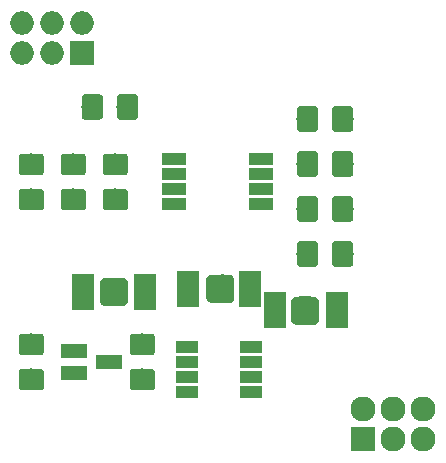
<source format=gbr>
G04 #@! TF.GenerationSoftware,KiCad,Pcbnew,(5.1.0-0)*
G04 #@! TF.CreationDate,2019-05-12T09:59:49-07:00*
G04 #@! TF.ProjectId,shitty_pixel,73686974-7479-45f7-9069-78656c2e6b69,rev?*
G04 #@! TF.SameCoordinates,Original*
G04 #@! TF.FileFunction,Soldermask,Bot*
G04 #@! TF.FilePolarity,Negative*
%FSLAX46Y46*%
G04 Gerber Fmt 4.6, Leading zero omitted, Abs format (unit mm)*
G04 Created by KiCad (PCBNEW (5.1.0-0)) date 2019-05-12 09:59:49*
%MOMM*%
%LPD*%
G04 APERTURE LIST*
%ADD10C,0.010000*%
%ADD11O,2.000000X2.000000*%
%ADD12R,2.000000X2.000000*%
%ADD13C,0.100000*%
%ADD14C,1.825000*%
%ADD15R,2.300000X1.200000*%
%ADD16R,1.950000X1.000000*%
%ADD17R,2.100000X1.050000*%
%ADD18R,1.900000X3.100000*%
%ADD19C,2.127200*%
%ADD20O,2.127200X2.127200*%
%ADD21R,2.127200X2.127200*%
G04 APERTURE END LIST*
D10*
G36*
X150287974Y-101565256D02*
G01*
X150484020Y-101578385D01*
X150628879Y-101602940D01*
X150733655Y-101640964D01*
X150809452Y-101694502D01*
X150867375Y-101765595D01*
X150877866Y-101782223D01*
X150906828Y-101837046D01*
X150928162Y-101901514D01*
X150943013Y-101988760D01*
X150952527Y-102111918D01*
X150957847Y-102284121D01*
X150960119Y-102518503D01*
X150960509Y-102730425D01*
X150960054Y-103075548D01*
X150952738Y-103345417D01*
X150929855Y-103549422D01*
X150882701Y-103696955D01*
X150802572Y-103797408D01*
X150680763Y-103860172D01*
X150508569Y-103894639D01*
X150277286Y-103910201D01*
X149978209Y-103916249D01*
X149860000Y-103917801D01*
X149552987Y-103920157D01*
X149319763Y-103917417D01*
X149149575Y-103909024D01*
X149031667Y-103894422D01*
X148955284Y-103873053D01*
X148949834Y-103870668D01*
X148855552Y-103825004D01*
X148783671Y-103777197D01*
X148730944Y-103715610D01*
X148694124Y-103628605D01*
X148669965Y-103504546D01*
X148655222Y-103331796D01*
X148646648Y-103098718D01*
X148640997Y-102793675D01*
X148640513Y-102761829D01*
X148627527Y-101900335D01*
X148774747Y-101739584D01*
X148921967Y-101578834D01*
X149697900Y-101565106D01*
X150029635Y-101561511D01*
X150287974Y-101565256D01*
X150287974Y-101565256D01*
G37*
X150287974Y-101565256D02*
X150484020Y-101578385D01*
X150628879Y-101602940D01*
X150733655Y-101640964D01*
X150809452Y-101694502D01*
X150867375Y-101765595D01*
X150877866Y-101782223D01*
X150906828Y-101837046D01*
X150928162Y-101901514D01*
X150943013Y-101988760D01*
X150952527Y-102111918D01*
X150957847Y-102284121D01*
X150960119Y-102518503D01*
X150960509Y-102730425D01*
X150960054Y-103075548D01*
X150952738Y-103345417D01*
X150929855Y-103549422D01*
X150882701Y-103696955D01*
X150802572Y-103797408D01*
X150680763Y-103860172D01*
X150508569Y-103894639D01*
X150277286Y-103910201D01*
X149978209Y-103916249D01*
X149860000Y-103917801D01*
X149552987Y-103920157D01*
X149319763Y-103917417D01*
X149149575Y-103909024D01*
X149031667Y-103894422D01*
X148955284Y-103873053D01*
X148949834Y-103870668D01*
X148855552Y-103825004D01*
X148783671Y-103777197D01*
X148730944Y-103715610D01*
X148694124Y-103628605D01*
X148669965Y-103504546D01*
X148655222Y-103331796D01*
X148646648Y-103098718D01*
X148640997Y-102793675D01*
X148640513Y-102761829D01*
X148627527Y-101900335D01*
X148774747Y-101739584D01*
X148921967Y-101578834D01*
X149697900Y-101565106D01*
X150029635Y-101561511D01*
X150287974Y-101565256D01*
G36*
X141154223Y-101854530D02*
G01*
X141424877Y-101862218D01*
X141629399Y-101886213D01*
X141777044Y-101935662D01*
X141877068Y-102019714D01*
X141938726Y-102147518D01*
X141971273Y-102328221D01*
X141983966Y-102570971D01*
X141986059Y-102884917D01*
X141986000Y-103018167D01*
X141984984Y-103360836D01*
X141975745Y-103628668D01*
X141948999Y-103830879D01*
X141895462Y-103976685D01*
X141805850Y-104075302D01*
X141670877Y-104135946D01*
X141481259Y-104167833D01*
X141227712Y-104180180D01*
X140900951Y-104182202D01*
X140813352Y-104182175D01*
X140529804Y-104181338D01*
X140317605Y-104178170D01*
X140163443Y-104171492D01*
X140054008Y-104160126D01*
X139975990Y-104142894D01*
X139916078Y-104118617D01*
X139882619Y-104099774D01*
X139779448Y-104021839D01*
X139707181Y-103941096D01*
X139702702Y-103933382D01*
X139686577Y-103859739D01*
X139673606Y-103710347D01*
X139664213Y-103494079D01*
X139658826Y-103219808D01*
X139657667Y-102995550D01*
X139657667Y-102141867D01*
X139945534Y-101854000D01*
X140808181Y-101854000D01*
X141154223Y-101854530D01*
X141154223Y-101854530D01*
G37*
X141154223Y-101854530D02*
X141424877Y-101862218D01*
X141629399Y-101886213D01*
X141777044Y-101935662D01*
X141877068Y-102019714D01*
X141938726Y-102147518D01*
X141971273Y-102328221D01*
X141983966Y-102570971D01*
X141986059Y-102884917D01*
X141986000Y-103018167D01*
X141984984Y-103360836D01*
X141975745Y-103628668D01*
X141948999Y-103830879D01*
X141895462Y-103976685D01*
X141805850Y-104075302D01*
X141670877Y-104135946D01*
X141481259Y-104167833D01*
X141227712Y-104180180D01*
X140900951Y-104182202D01*
X140813352Y-104182175D01*
X140529804Y-104181338D01*
X140317605Y-104178170D01*
X140163443Y-104171492D01*
X140054008Y-104160126D01*
X139975990Y-104142894D01*
X139916078Y-104118617D01*
X139882619Y-104099774D01*
X139779448Y-104021839D01*
X139707181Y-103941096D01*
X139702702Y-103933382D01*
X139686577Y-103859739D01*
X139673606Y-103710347D01*
X139664213Y-103494079D01*
X139658826Y-103219808D01*
X139657667Y-102995550D01*
X139657667Y-102141867D01*
X139945534Y-101854000D01*
X140808181Y-101854000D01*
X141154223Y-101854530D01*
G36*
X157332171Y-103421570D02*
G01*
X157598010Y-103431395D01*
X157799578Y-103458986D01*
X157945769Y-103513518D01*
X158045475Y-103604167D01*
X158107590Y-103740109D01*
X158141007Y-103930520D01*
X158154619Y-104184576D01*
X158157321Y-104511453D01*
X158157334Y-104621483D01*
X158157082Y-104904889D01*
X158155353Y-105116444D01*
X158150688Y-105268963D01*
X158141628Y-105375263D01*
X158126713Y-105448159D01*
X158104484Y-105500466D01*
X158073483Y-105545000D01*
X158048779Y-105574847D01*
X157934129Y-105673505D01*
X157798583Y-105742802D01*
X157784196Y-105747192D01*
X157678740Y-105763479D01*
X157508805Y-105775323D01*
X157294022Y-105782758D01*
X157054017Y-105785816D01*
X156808418Y-105784529D01*
X156576854Y-105778929D01*
X156378953Y-105769050D01*
X156234343Y-105754922D01*
X156181760Y-105744548D01*
X156064259Y-105685305D01*
X155951702Y-105590874D01*
X155938344Y-105575785D01*
X155829000Y-105445837D01*
X155829000Y-104621483D01*
X155830198Y-104271710D01*
X155839721Y-103997425D01*
X155866462Y-103789454D01*
X155919315Y-103638619D01*
X156007174Y-103535746D01*
X156138930Y-103471658D01*
X156323478Y-103437179D01*
X156569712Y-103423134D01*
X156886524Y-103420346D01*
X156993167Y-103420334D01*
X157332171Y-103421570D01*
X157332171Y-103421570D01*
G37*
X157332171Y-103421570D02*
X157598010Y-103431395D01*
X157799578Y-103458986D01*
X157945769Y-103513518D01*
X158045475Y-103604167D01*
X158107590Y-103740109D01*
X158141007Y-103930520D01*
X158154619Y-104184576D01*
X158157321Y-104511453D01*
X158157334Y-104621483D01*
X158157082Y-104904889D01*
X158155353Y-105116444D01*
X158150688Y-105268963D01*
X158141628Y-105375263D01*
X158126713Y-105448159D01*
X158104484Y-105500466D01*
X158073483Y-105545000D01*
X158048779Y-105574847D01*
X157934129Y-105673505D01*
X157798583Y-105742802D01*
X157784196Y-105747192D01*
X157678740Y-105763479D01*
X157508805Y-105775323D01*
X157294022Y-105782758D01*
X157054017Y-105785816D01*
X156808418Y-105784529D01*
X156576854Y-105778929D01*
X156378953Y-105769050D01*
X156234343Y-105754922D01*
X156181760Y-105744548D01*
X156064259Y-105685305D01*
X155951702Y-105590874D01*
X155938344Y-105575785D01*
X155829000Y-105445837D01*
X155829000Y-104621483D01*
X155830198Y-104271710D01*
X155839721Y-103997425D01*
X155866462Y-103789454D01*
X155919315Y-103638619D01*
X156007174Y-103535746D01*
X156138930Y-103471658D01*
X156323478Y-103437179D01*
X156569712Y-103423134D01*
X156886524Y-103420346D01*
X156993167Y-103420334D01*
X157332171Y-103421570D01*
D11*
X138176000Y-80264000D03*
D12*
X138176000Y-82804000D03*
D11*
X135636000Y-80264000D03*
X135636000Y-82804000D03*
X133096000Y-80264000D03*
X133096000Y-82804000D03*
D13*
G36*
X141756207Y-91327542D02*
G01*
X141787287Y-91332152D01*
X141817766Y-91339787D01*
X141847350Y-91350372D01*
X141875754Y-91363806D01*
X141902704Y-91379959D01*
X141927942Y-91398677D01*
X141951223Y-91419777D01*
X141972323Y-91443058D01*
X141991041Y-91468296D01*
X142007194Y-91495246D01*
X142020628Y-91523650D01*
X142031213Y-91553234D01*
X142038848Y-91583713D01*
X142043458Y-91614793D01*
X142045000Y-91646176D01*
X142045000Y-92830824D01*
X142043458Y-92862207D01*
X142038848Y-92893287D01*
X142031213Y-92923766D01*
X142020628Y-92953350D01*
X142007194Y-92981754D01*
X141991041Y-93008704D01*
X141972323Y-93033942D01*
X141951223Y-93057223D01*
X141927942Y-93078323D01*
X141902704Y-93097041D01*
X141875754Y-93113194D01*
X141847350Y-93126628D01*
X141817766Y-93137213D01*
X141787287Y-93144848D01*
X141756207Y-93149458D01*
X141724824Y-93151000D01*
X140215176Y-93151000D01*
X140183793Y-93149458D01*
X140152713Y-93144848D01*
X140122234Y-93137213D01*
X140092650Y-93126628D01*
X140064246Y-93113194D01*
X140037296Y-93097041D01*
X140012058Y-93078323D01*
X139988777Y-93057223D01*
X139967677Y-93033942D01*
X139948959Y-93008704D01*
X139932806Y-92981754D01*
X139919372Y-92953350D01*
X139908787Y-92923766D01*
X139901152Y-92893287D01*
X139896542Y-92862207D01*
X139895000Y-92830824D01*
X139895000Y-91646176D01*
X139896542Y-91614793D01*
X139901152Y-91583713D01*
X139908787Y-91553234D01*
X139919372Y-91523650D01*
X139932806Y-91495246D01*
X139948959Y-91468296D01*
X139967677Y-91443058D01*
X139988777Y-91419777D01*
X140012058Y-91398677D01*
X140037296Y-91379959D01*
X140064246Y-91363806D01*
X140092650Y-91350372D01*
X140122234Y-91339787D01*
X140152713Y-91332152D01*
X140183793Y-91327542D01*
X140215176Y-91326000D01*
X141724824Y-91326000D01*
X141756207Y-91327542D01*
X141756207Y-91327542D01*
G37*
D14*
X140970000Y-92238500D03*
D13*
G36*
X141756207Y-94302542D02*
G01*
X141787287Y-94307152D01*
X141817766Y-94314787D01*
X141847350Y-94325372D01*
X141875754Y-94338806D01*
X141902704Y-94354959D01*
X141927942Y-94373677D01*
X141951223Y-94394777D01*
X141972323Y-94418058D01*
X141991041Y-94443296D01*
X142007194Y-94470246D01*
X142020628Y-94498650D01*
X142031213Y-94528234D01*
X142038848Y-94558713D01*
X142043458Y-94589793D01*
X142045000Y-94621176D01*
X142045000Y-95805824D01*
X142043458Y-95837207D01*
X142038848Y-95868287D01*
X142031213Y-95898766D01*
X142020628Y-95928350D01*
X142007194Y-95956754D01*
X141991041Y-95983704D01*
X141972323Y-96008942D01*
X141951223Y-96032223D01*
X141927942Y-96053323D01*
X141902704Y-96072041D01*
X141875754Y-96088194D01*
X141847350Y-96101628D01*
X141817766Y-96112213D01*
X141787287Y-96119848D01*
X141756207Y-96124458D01*
X141724824Y-96126000D01*
X140215176Y-96126000D01*
X140183793Y-96124458D01*
X140152713Y-96119848D01*
X140122234Y-96112213D01*
X140092650Y-96101628D01*
X140064246Y-96088194D01*
X140037296Y-96072041D01*
X140012058Y-96053323D01*
X139988777Y-96032223D01*
X139967677Y-96008942D01*
X139948959Y-95983704D01*
X139932806Y-95956754D01*
X139919372Y-95928350D01*
X139908787Y-95898766D01*
X139901152Y-95868287D01*
X139896542Y-95837207D01*
X139895000Y-95805824D01*
X139895000Y-94621176D01*
X139896542Y-94589793D01*
X139901152Y-94558713D01*
X139908787Y-94528234D01*
X139919372Y-94498650D01*
X139932806Y-94470246D01*
X139948959Y-94443296D01*
X139967677Y-94418058D01*
X139988777Y-94394777D01*
X140012058Y-94373677D01*
X140037296Y-94354959D01*
X140064246Y-94338806D01*
X140092650Y-94325372D01*
X140122234Y-94314787D01*
X140152713Y-94307152D01*
X140183793Y-94302542D01*
X140215176Y-94301000D01*
X141724824Y-94301000D01*
X141756207Y-94302542D01*
X141756207Y-94302542D01*
G37*
D14*
X140970000Y-95213500D03*
D13*
G36*
X144042207Y-109542542D02*
G01*
X144073287Y-109547152D01*
X144103766Y-109554787D01*
X144133350Y-109565372D01*
X144161754Y-109578806D01*
X144188704Y-109594959D01*
X144213942Y-109613677D01*
X144237223Y-109634777D01*
X144258323Y-109658058D01*
X144277041Y-109683296D01*
X144293194Y-109710246D01*
X144306628Y-109738650D01*
X144317213Y-109768234D01*
X144324848Y-109798713D01*
X144329458Y-109829793D01*
X144331000Y-109861176D01*
X144331000Y-111045824D01*
X144329458Y-111077207D01*
X144324848Y-111108287D01*
X144317213Y-111138766D01*
X144306628Y-111168350D01*
X144293194Y-111196754D01*
X144277041Y-111223704D01*
X144258323Y-111248942D01*
X144237223Y-111272223D01*
X144213942Y-111293323D01*
X144188704Y-111312041D01*
X144161754Y-111328194D01*
X144133350Y-111341628D01*
X144103766Y-111352213D01*
X144073287Y-111359848D01*
X144042207Y-111364458D01*
X144010824Y-111366000D01*
X142501176Y-111366000D01*
X142469793Y-111364458D01*
X142438713Y-111359848D01*
X142408234Y-111352213D01*
X142378650Y-111341628D01*
X142350246Y-111328194D01*
X142323296Y-111312041D01*
X142298058Y-111293323D01*
X142274777Y-111272223D01*
X142253677Y-111248942D01*
X142234959Y-111223704D01*
X142218806Y-111196754D01*
X142205372Y-111168350D01*
X142194787Y-111138766D01*
X142187152Y-111108287D01*
X142182542Y-111077207D01*
X142181000Y-111045824D01*
X142181000Y-109861176D01*
X142182542Y-109829793D01*
X142187152Y-109798713D01*
X142194787Y-109768234D01*
X142205372Y-109738650D01*
X142218806Y-109710246D01*
X142234959Y-109683296D01*
X142253677Y-109658058D01*
X142274777Y-109634777D01*
X142298058Y-109613677D01*
X142323296Y-109594959D01*
X142350246Y-109578806D01*
X142378650Y-109565372D01*
X142408234Y-109554787D01*
X142438713Y-109547152D01*
X142469793Y-109542542D01*
X142501176Y-109541000D01*
X144010824Y-109541000D01*
X144042207Y-109542542D01*
X144042207Y-109542542D01*
G37*
D14*
X143256000Y-110453500D03*
D13*
G36*
X144042207Y-106567542D02*
G01*
X144073287Y-106572152D01*
X144103766Y-106579787D01*
X144133350Y-106590372D01*
X144161754Y-106603806D01*
X144188704Y-106619959D01*
X144213942Y-106638677D01*
X144237223Y-106659777D01*
X144258323Y-106683058D01*
X144277041Y-106708296D01*
X144293194Y-106735246D01*
X144306628Y-106763650D01*
X144317213Y-106793234D01*
X144324848Y-106823713D01*
X144329458Y-106854793D01*
X144331000Y-106886176D01*
X144331000Y-108070824D01*
X144329458Y-108102207D01*
X144324848Y-108133287D01*
X144317213Y-108163766D01*
X144306628Y-108193350D01*
X144293194Y-108221754D01*
X144277041Y-108248704D01*
X144258323Y-108273942D01*
X144237223Y-108297223D01*
X144213942Y-108318323D01*
X144188704Y-108337041D01*
X144161754Y-108353194D01*
X144133350Y-108366628D01*
X144103766Y-108377213D01*
X144073287Y-108384848D01*
X144042207Y-108389458D01*
X144010824Y-108391000D01*
X142501176Y-108391000D01*
X142469793Y-108389458D01*
X142438713Y-108384848D01*
X142408234Y-108377213D01*
X142378650Y-108366628D01*
X142350246Y-108353194D01*
X142323296Y-108337041D01*
X142298058Y-108318323D01*
X142274777Y-108297223D01*
X142253677Y-108273942D01*
X142234959Y-108248704D01*
X142218806Y-108221754D01*
X142205372Y-108193350D01*
X142194787Y-108163766D01*
X142187152Y-108133287D01*
X142182542Y-108102207D01*
X142181000Y-108070824D01*
X142181000Y-106886176D01*
X142182542Y-106854793D01*
X142187152Y-106823713D01*
X142194787Y-106793234D01*
X142205372Y-106763650D01*
X142218806Y-106735246D01*
X142234959Y-106708296D01*
X142253677Y-106683058D01*
X142274777Y-106659777D01*
X142298058Y-106638677D01*
X142323296Y-106619959D01*
X142350246Y-106603806D01*
X142378650Y-106590372D01*
X142408234Y-106579787D01*
X142438713Y-106572152D01*
X142469793Y-106567542D01*
X142501176Y-106566000D01*
X144010824Y-106566000D01*
X144042207Y-106567542D01*
X144042207Y-106567542D01*
G37*
D14*
X143256000Y-107478500D03*
D13*
G36*
X134644207Y-109542542D02*
G01*
X134675287Y-109547152D01*
X134705766Y-109554787D01*
X134735350Y-109565372D01*
X134763754Y-109578806D01*
X134790704Y-109594959D01*
X134815942Y-109613677D01*
X134839223Y-109634777D01*
X134860323Y-109658058D01*
X134879041Y-109683296D01*
X134895194Y-109710246D01*
X134908628Y-109738650D01*
X134919213Y-109768234D01*
X134926848Y-109798713D01*
X134931458Y-109829793D01*
X134933000Y-109861176D01*
X134933000Y-111045824D01*
X134931458Y-111077207D01*
X134926848Y-111108287D01*
X134919213Y-111138766D01*
X134908628Y-111168350D01*
X134895194Y-111196754D01*
X134879041Y-111223704D01*
X134860323Y-111248942D01*
X134839223Y-111272223D01*
X134815942Y-111293323D01*
X134790704Y-111312041D01*
X134763754Y-111328194D01*
X134735350Y-111341628D01*
X134705766Y-111352213D01*
X134675287Y-111359848D01*
X134644207Y-111364458D01*
X134612824Y-111366000D01*
X133103176Y-111366000D01*
X133071793Y-111364458D01*
X133040713Y-111359848D01*
X133010234Y-111352213D01*
X132980650Y-111341628D01*
X132952246Y-111328194D01*
X132925296Y-111312041D01*
X132900058Y-111293323D01*
X132876777Y-111272223D01*
X132855677Y-111248942D01*
X132836959Y-111223704D01*
X132820806Y-111196754D01*
X132807372Y-111168350D01*
X132796787Y-111138766D01*
X132789152Y-111108287D01*
X132784542Y-111077207D01*
X132783000Y-111045824D01*
X132783000Y-109861176D01*
X132784542Y-109829793D01*
X132789152Y-109798713D01*
X132796787Y-109768234D01*
X132807372Y-109738650D01*
X132820806Y-109710246D01*
X132836959Y-109683296D01*
X132855677Y-109658058D01*
X132876777Y-109634777D01*
X132900058Y-109613677D01*
X132925296Y-109594959D01*
X132952246Y-109578806D01*
X132980650Y-109565372D01*
X133010234Y-109554787D01*
X133040713Y-109547152D01*
X133071793Y-109542542D01*
X133103176Y-109541000D01*
X134612824Y-109541000D01*
X134644207Y-109542542D01*
X134644207Y-109542542D01*
G37*
D14*
X133858000Y-110453500D03*
D13*
G36*
X134644207Y-106567542D02*
G01*
X134675287Y-106572152D01*
X134705766Y-106579787D01*
X134735350Y-106590372D01*
X134763754Y-106603806D01*
X134790704Y-106619959D01*
X134815942Y-106638677D01*
X134839223Y-106659777D01*
X134860323Y-106683058D01*
X134879041Y-106708296D01*
X134895194Y-106735246D01*
X134908628Y-106763650D01*
X134919213Y-106793234D01*
X134926848Y-106823713D01*
X134931458Y-106854793D01*
X134933000Y-106886176D01*
X134933000Y-108070824D01*
X134931458Y-108102207D01*
X134926848Y-108133287D01*
X134919213Y-108163766D01*
X134908628Y-108193350D01*
X134895194Y-108221754D01*
X134879041Y-108248704D01*
X134860323Y-108273942D01*
X134839223Y-108297223D01*
X134815942Y-108318323D01*
X134790704Y-108337041D01*
X134763754Y-108353194D01*
X134735350Y-108366628D01*
X134705766Y-108377213D01*
X134675287Y-108384848D01*
X134644207Y-108389458D01*
X134612824Y-108391000D01*
X133103176Y-108391000D01*
X133071793Y-108389458D01*
X133040713Y-108384848D01*
X133010234Y-108377213D01*
X132980650Y-108366628D01*
X132952246Y-108353194D01*
X132925296Y-108337041D01*
X132900058Y-108318323D01*
X132876777Y-108297223D01*
X132855677Y-108273942D01*
X132836959Y-108248704D01*
X132820806Y-108221754D01*
X132807372Y-108193350D01*
X132796787Y-108163766D01*
X132789152Y-108133287D01*
X132784542Y-108102207D01*
X132783000Y-108070824D01*
X132783000Y-106886176D01*
X132784542Y-106854793D01*
X132789152Y-106823713D01*
X132796787Y-106793234D01*
X132807372Y-106763650D01*
X132820806Y-106735246D01*
X132836959Y-106708296D01*
X132855677Y-106683058D01*
X132876777Y-106659777D01*
X132900058Y-106638677D01*
X132925296Y-106619959D01*
X132952246Y-106603806D01*
X132980650Y-106590372D01*
X133010234Y-106579787D01*
X133040713Y-106572152D01*
X133071793Y-106567542D01*
X133103176Y-106566000D01*
X134612824Y-106566000D01*
X134644207Y-106567542D01*
X134644207Y-106567542D01*
G37*
D14*
X133858000Y-107478500D03*
D15*
X140438000Y-108966000D03*
X137438000Y-108016000D03*
X137438000Y-109916000D03*
D13*
G36*
X142609207Y-86302542D02*
G01*
X142640287Y-86307152D01*
X142670766Y-86314787D01*
X142700350Y-86325372D01*
X142728754Y-86338806D01*
X142755704Y-86354959D01*
X142780942Y-86373677D01*
X142804223Y-86394777D01*
X142825323Y-86418058D01*
X142844041Y-86443296D01*
X142860194Y-86470246D01*
X142873628Y-86498650D01*
X142884213Y-86528234D01*
X142891848Y-86558713D01*
X142896458Y-86589793D01*
X142898000Y-86621176D01*
X142898000Y-88130824D01*
X142896458Y-88162207D01*
X142891848Y-88193287D01*
X142884213Y-88223766D01*
X142873628Y-88253350D01*
X142860194Y-88281754D01*
X142844041Y-88308704D01*
X142825323Y-88333942D01*
X142804223Y-88357223D01*
X142780942Y-88378323D01*
X142755704Y-88397041D01*
X142728754Y-88413194D01*
X142700350Y-88426628D01*
X142670766Y-88437213D01*
X142640287Y-88444848D01*
X142609207Y-88449458D01*
X142577824Y-88451000D01*
X141393176Y-88451000D01*
X141361793Y-88449458D01*
X141330713Y-88444848D01*
X141300234Y-88437213D01*
X141270650Y-88426628D01*
X141242246Y-88413194D01*
X141215296Y-88397041D01*
X141190058Y-88378323D01*
X141166777Y-88357223D01*
X141145677Y-88333942D01*
X141126959Y-88308704D01*
X141110806Y-88281754D01*
X141097372Y-88253350D01*
X141086787Y-88223766D01*
X141079152Y-88193287D01*
X141074542Y-88162207D01*
X141073000Y-88130824D01*
X141073000Y-86621176D01*
X141074542Y-86589793D01*
X141079152Y-86558713D01*
X141086787Y-86528234D01*
X141097372Y-86498650D01*
X141110806Y-86470246D01*
X141126959Y-86443296D01*
X141145677Y-86418058D01*
X141166777Y-86394777D01*
X141190058Y-86373677D01*
X141215296Y-86354959D01*
X141242246Y-86338806D01*
X141270650Y-86325372D01*
X141300234Y-86314787D01*
X141330713Y-86307152D01*
X141361793Y-86302542D01*
X141393176Y-86301000D01*
X142577824Y-86301000D01*
X142609207Y-86302542D01*
X142609207Y-86302542D01*
G37*
D14*
X141985500Y-87376000D03*
D13*
G36*
X139634207Y-86302542D02*
G01*
X139665287Y-86307152D01*
X139695766Y-86314787D01*
X139725350Y-86325372D01*
X139753754Y-86338806D01*
X139780704Y-86354959D01*
X139805942Y-86373677D01*
X139829223Y-86394777D01*
X139850323Y-86418058D01*
X139869041Y-86443296D01*
X139885194Y-86470246D01*
X139898628Y-86498650D01*
X139909213Y-86528234D01*
X139916848Y-86558713D01*
X139921458Y-86589793D01*
X139923000Y-86621176D01*
X139923000Y-88130824D01*
X139921458Y-88162207D01*
X139916848Y-88193287D01*
X139909213Y-88223766D01*
X139898628Y-88253350D01*
X139885194Y-88281754D01*
X139869041Y-88308704D01*
X139850323Y-88333942D01*
X139829223Y-88357223D01*
X139805942Y-88378323D01*
X139780704Y-88397041D01*
X139753754Y-88413194D01*
X139725350Y-88426628D01*
X139695766Y-88437213D01*
X139665287Y-88444848D01*
X139634207Y-88449458D01*
X139602824Y-88451000D01*
X138418176Y-88451000D01*
X138386793Y-88449458D01*
X138355713Y-88444848D01*
X138325234Y-88437213D01*
X138295650Y-88426628D01*
X138267246Y-88413194D01*
X138240296Y-88397041D01*
X138215058Y-88378323D01*
X138191777Y-88357223D01*
X138170677Y-88333942D01*
X138151959Y-88308704D01*
X138135806Y-88281754D01*
X138122372Y-88253350D01*
X138111787Y-88223766D01*
X138104152Y-88193287D01*
X138099542Y-88162207D01*
X138098000Y-88130824D01*
X138098000Y-86621176D01*
X138099542Y-86589793D01*
X138104152Y-86558713D01*
X138111787Y-86528234D01*
X138122372Y-86498650D01*
X138135806Y-86470246D01*
X138151959Y-86443296D01*
X138170677Y-86418058D01*
X138191777Y-86394777D01*
X138215058Y-86373677D01*
X138240296Y-86354959D01*
X138267246Y-86338806D01*
X138295650Y-86325372D01*
X138325234Y-86314787D01*
X138355713Y-86307152D01*
X138386793Y-86302542D01*
X138418176Y-86301000D01*
X139602824Y-86301000D01*
X139634207Y-86302542D01*
X139634207Y-86302542D01*
G37*
D14*
X139010500Y-87376000D03*
D16*
X152466000Y-111506000D03*
X152466000Y-110236000D03*
X152466000Y-108966000D03*
X152466000Y-107696000D03*
X147066000Y-107696000D03*
X147066000Y-108966000D03*
X147066000Y-110236000D03*
X147066000Y-111506000D03*
D13*
G36*
X157850207Y-94938542D02*
G01*
X157881287Y-94943152D01*
X157911766Y-94950787D01*
X157941350Y-94961372D01*
X157969754Y-94974806D01*
X157996704Y-94990959D01*
X158021942Y-95009677D01*
X158045223Y-95030777D01*
X158066323Y-95054058D01*
X158085041Y-95079296D01*
X158101194Y-95106246D01*
X158114628Y-95134650D01*
X158125213Y-95164234D01*
X158132848Y-95194713D01*
X158137458Y-95225793D01*
X158139000Y-95257176D01*
X158139000Y-96766824D01*
X158137458Y-96798207D01*
X158132848Y-96829287D01*
X158125213Y-96859766D01*
X158114628Y-96889350D01*
X158101194Y-96917754D01*
X158085041Y-96944704D01*
X158066323Y-96969942D01*
X158045223Y-96993223D01*
X158021942Y-97014323D01*
X157996704Y-97033041D01*
X157969754Y-97049194D01*
X157941350Y-97062628D01*
X157911766Y-97073213D01*
X157881287Y-97080848D01*
X157850207Y-97085458D01*
X157818824Y-97087000D01*
X156634176Y-97087000D01*
X156602793Y-97085458D01*
X156571713Y-97080848D01*
X156541234Y-97073213D01*
X156511650Y-97062628D01*
X156483246Y-97049194D01*
X156456296Y-97033041D01*
X156431058Y-97014323D01*
X156407777Y-96993223D01*
X156386677Y-96969942D01*
X156367959Y-96944704D01*
X156351806Y-96917754D01*
X156338372Y-96889350D01*
X156327787Y-96859766D01*
X156320152Y-96829287D01*
X156315542Y-96798207D01*
X156314000Y-96766824D01*
X156314000Y-95257176D01*
X156315542Y-95225793D01*
X156320152Y-95194713D01*
X156327787Y-95164234D01*
X156338372Y-95134650D01*
X156351806Y-95106246D01*
X156367959Y-95079296D01*
X156386677Y-95054058D01*
X156407777Y-95030777D01*
X156431058Y-95009677D01*
X156456296Y-94990959D01*
X156483246Y-94974806D01*
X156511650Y-94961372D01*
X156541234Y-94950787D01*
X156571713Y-94943152D01*
X156602793Y-94938542D01*
X156634176Y-94937000D01*
X157818824Y-94937000D01*
X157850207Y-94938542D01*
X157850207Y-94938542D01*
G37*
D14*
X157226500Y-96012000D03*
D13*
G36*
X160825207Y-94938542D02*
G01*
X160856287Y-94943152D01*
X160886766Y-94950787D01*
X160916350Y-94961372D01*
X160944754Y-94974806D01*
X160971704Y-94990959D01*
X160996942Y-95009677D01*
X161020223Y-95030777D01*
X161041323Y-95054058D01*
X161060041Y-95079296D01*
X161076194Y-95106246D01*
X161089628Y-95134650D01*
X161100213Y-95164234D01*
X161107848Y-95194713D01*
X161112458Y-95225793D01*
X161114000Y-95257176D01*
X161114000Y-96766824D01*
X161112458Y-96798207D01*
X161107848Y-96829287D01*
X161100213Y-96859766D01*
X161089628Y-96889350D01*
X161076194Y-96917754D01*
X161060041Y-96944704D01*
X161041323Y-96969942D01*
X161020223Y-96993223D01*
X160996942Y-97014323D01*
X160971704Y-97033041D01*
X160944754Y-97049194D01*
X160916350Y-97062628D01*
X160886766Y-97073213D01*
X160856287Y-97080848D01*
X160825207Y-97085458D01*
X160793824Y-97087000D01*
X159609176Y-97087000D01*
X159577793Y-97085458D01*
X159546713Y-97080848D01*
X159516234Y-97073213D01*
X159486650Y-97062628D01*
X159458246Y-97049194D01*
X159431296Y-97033041D01*
X159406058Y-97014323D01*
X159382777Y-96993223D01*
X159361677Y-96969942D01*
X159342959Y-96944704D01*
X159326806Y-96917754D01*
X159313372Y-96889350D01*
X159302787Y-96859766D01*
X159295152Y-96829287D01*
X159290542Y-96798207D01*
X159289000Y-96766824D01*
X159289000Y-95257176D01*
X159290542Y-95225793D01*
X159295152Y-95194713D01*
X159302787Y-95164234D01*
X159313372Y-95134650D01*
X159326806Y-95106246D01*
X159342959Y-95079296D01*
X159361677Y-95054058D01*
X159382777Y-95030777D01*
X159406058Y-95009677D01*
X159431296Y-94990959D01*
X159458246Y-94974806D01*
X159486650Y-94961372D01*
X159516234Y-94950787D01*
X159546713Y-94943152D01*
X159577793Y-94938542D01*
X159609176Y-94937000D01*
X160793824Y-94937000D01*
X160825207Y-94938542D01*
X160825207Y-94938542D01*
G37*
D14*
X160201500Y-96012000D03*
D13*
G36*
X157850207Y-87318542D02*
G01*
X157881287Y-87323152D01*
X157911766Y-87330787D01*
X157941350Y-87341372D01*
X157969754Y-87354806D01*
X157996704Y-87370959D01*
X158021942Y-87389677D01*
X158045223Y-87410777D01*
X158066323Y-87434058D01*
X158085041Y-87459296D01*
X158101194Y-87486246D01*
X158114628Y-87514650D01*
X158125213Y-87544234D01*
X158132848Y-87574713D01*
X158137458Y-87605793D01*
X158139000Y-87637176D01*
X158139000Y-89146824D01*
X158137458Y-89178207D01*
X158132848Y-89209287D01*
X158125213Y-89239766D01*
X158114628Y-89269350D01*
X158101194Y-89297754D01*
X158085041Y-89324704D01*
X158066323Y-89349942D01*
X158045223Y-89373223D01*
X158021942Y-89394323D01*
X157996704Y-89413041D01*
X157969754Y-89429194D01*
X157941350Y-89442628D01*
X157911766Y-89453213D01*
X157881287Y-89460848D01*
X157850207Y-89465458D01*
X157818824Y-89467000D01*
X156634176Y-89467000D01*
X156602793Y-89465458D01*
X156571713Y-89460848D01*
X156541234Y-89453213D01*
X156511650Y-89442628D01*
X156483246Y-89429194D01*
X156456296Y-89413041D01*
X156431058Y-89394323D01*
X156407777Y-89373223D01*
X156386677Y-89349942D01*
X156367959Y-89324704D01*
X156351806Y-89297754D01*
X156338372Y-89269350D01*
X156327787Y-89239766D01*
X156320152Y-89209287D01*
X156315542Y-89178207D01*
X156314000Y-89146824D01*
X156314000Y-87637176D01*
X156315542Y-87605793D01*
X156320152Y-87574713D01*
X156327787Y-87544234D01*
X156338372Y-87514650D01*
X156351806Y-87486246D01*
X156367959Y-87459296D01*
X156386677Y-87434058D01*
X156407777Y-87410777D01*
X156431058Y-87389677D01*
X156456296Y-87370959D01*
X156483246Y-87354806D01*
X156511650Y-87341372D01*
X156541234Y-87330787D01*
X156571713Y-87323152D01*
X156602793Y-87318542D01*
X156634176Y-87317000D01*
X157818824Y-87317000D01*
X157850207Y-87318542D01*
X157850207Y-87318542D01*
G37*
D14*
X157226500Y-88392000D03*
D13*
G36*
X160825207Y-87318542D02*
G01*
X160856287Y-87323152D01*
X160886766Y-87330787D01*
X160916350Y-87341372D01*
X160944754Y-87354806D01*
X160971704Y-87370959D01*
X160996942Y-87389677D01*
X161020223Y-87410777D01*
X161041323Y-87434058D01*
X161060041Y-87459296D01*
X161076194Y-87486246D01*
X161089628Y-87514650D01*
X161100213Y-87544234D01*
X161107848Y-87574713D01*
X161112458Y-87605793D01*
X161114000Y-87637176D01*
X161114000Y-89146824D01*
X161112458Y-89178207D01*
X161107848Y-89209287D01*
X161100213Y-89239766D01*
X161089628Y-89269350D01*
X161076194Y-89297754D01*
X161060041Y-89324704D01*
X161041323Y-89349942D01*
X161020223Y-89373223D01*
X160996942Y-89394323D01*
X160971704Y-89413041D01*
X160944754Y-89429194D01*
X160916350Y-89442628D01*
X160886766Y-89453213D01*
X160856287Y-89460848D01*
X160825207Y-89465458D01*
X160793824Y-89467000D01*
X159609176Y-89467000D01*
X159577793Y-89465458D01*
X159546713Y-89460848D01*
X159516234Y-89453213D01*
X159486650Y-89442628D01*
X159458246Y-89429194D01*
X159431296Y-89413041D01*
X159406058Y-89394323D01*
X159382777Y-89373223D01*
X159361677Y-89349942D01*
X159342959Y-89324704D01*
X159326806Y-89297754D01*
X159313372Y-89269350D01*
X159302787Y-89239766D01*
X159295152Y-89209287D01*
X159290542Y-89178207D01*
X159289000Y-89146824D01*
X159289000Y-87637176D01*
X159290542Y-87605793D01*
X159295152Y-87574713D01*
X159302787Y-87544234D01*
X159313372Y-87514650D01*
X159326806Y-87486246D01*
X159342959Y-87459296D01*
X159361677Y-87434058D01*
X159382777Y-87410777D01*
X159406058Y-87389677D01*
X159431296Y-87370959D01*
X159458246Y-87354806D01*
X159486650Y-87341372D01*
X159516234Y-87330787D01*
X159546713Y-87323152D01*
X159577793Y-87318542D01*
X159609176Y-87317000D01*
X160793824Y-87317000D01*
X160825207Y-87318542D01*
X160825207Y-87318542D01*
G37*
D14*
X160201500Y-88392000D03*
D13*
G36*
X157850207Y-98748542D02*
G01*
X157881287Y-98753152D01*
X157911766Y-98760787D01*
X157941350Y-98771372D01*
X157969754Y-98784806D01*
X157996704Y-98800959D01*
X158021942Y-98819677D01*
X158045223Y-98840777D01*
X158066323Y-98864058D01*
X158085041Y-98889296D01*
X158101194Y-98916246D01*
X158114628Y-98944650D01*
X158125213Y-98974234D01*
X158132848Y-99004713D01*
X158137458Y-99035793D01*
X158139000Y-99067176D01*
X158139000Y-100576824D01*
X158137458Y-100608207D01*
X158132848Y-100639287D01*
X158125213Y-100669766D01*
X158114628Y-100699350D01*
X158101194Y-100727754D01*
X158085041Y-100754704D01*
X158066323Y-100779942D01*
X158045223Y-100803223D01*
X158021942Y-100824323D01*
X157996704Y-100843041D01*
X157969754Y-100859194D01*
X157941350Y-100872628D01*
X157911766Y-100883213D01*
X157881287Y-100890848D01*
X157850207Y-100895458D01*
X157818824Y-100897000D01*
X156634176Y-100897000D01*
X156602793Y-100895458D01*
X156571713Y-100890848D01*
X156541234Y-100883213D01*
X156511650Y-100872628D01*
X156483246Y-100859194D01*
X156456296Y-100843041D01*
X156431058Y-100824323D01*
X156407777Y-100803223D01*
X156386677Y-100779942D01*
X156367959Y-100754704D01*
X156351806Y-100727754D01*
X156338372Y-100699350D01*
X156327787Y-100669766D01*
X156320152Y-100639287D01*
X156315542Y-100608207D01*
X156314000Y-100576824D01*
X156314000Y-99067176D01*
X156315542Y-99035793D01*
X156320152Y-99004713D01*
X156327787Y-98974234D01*
X156338372Y-98944650D01*
X156351806Y-98916246D01*
X156367959Y-98889296D01*
X156386677Y-98864058D01*
X156407777Y-98840777D01*
X156431058Y-98819677D01*
X156456296Y-98800959D01*
X156483246Y-98784806D01*
X156511650Y-98771372D01*
X156541234Y-98760787D01*
X156571713Y-98753152D01*
X156602793Y-98748542D01*
X156634176Y-98747000D01*
X157818824Y-98747000D01*
X157850207Y-98748542D01*
X157850207Y-98748542D01*
G37*
D14*
X157226500Y-99822000D03*
D13*
G36*
X160825207Y-98748542D02*
G01*
X160856287Y-98753152D01*
X160886766Y-98760787D01*
X160916350Y-98771372D01*
X160944754Y-98784806D01*
X160971704Y-98800959D01*
X160996942Y-98819677D01*
X161020223Y-98840777D01*
X161041323Y-98864058D01*
X161060041Y-98889296D01*
X161076194Y-98916246D01*
X161089628Y-98944650D01*
X161100213Y-98974234D01*
X161107848Y-99004713D01*
X161112458Y-99035793D01*
X161114000Y-99067176D01*
X161114000Y-100576824D01*
X161112458Y-100608207D01*
X161107848Y-100639287D01*
X161100213Y-100669766D01*
X161089628Y-100699350D01*
X161076194Y-100727754D01*
X161060041Y-100754704D01*
X161041323Y-100779942D01*
X161020223Y-100803223D01*
X160996942Y-100824323D01*
X160971704Y-100843041D01*
X160944754Y-100859194D01*
X160916350Y-100872628D01*
X160886766Y-100883213D01*
X160856287Y-100890848D01*
X160825207Y-100895458D01*
X160793824Y-100897000D01*
X159609176Y-100897000D01*
X159577793Y-100895458D01*
X159546713Y-100890848D01*
X159516234Y-100883213D01*
X159486650Y-100872628D01*
X159458246Y-100859194D01*
X159431296Y-100843041D01*
X159406058Y-100824323D01*
X159382777Y-100803223D01*
X159361677Y-100779942D01*
X159342959Y-100754704D01*
X159326806Y-100727754D01*
X159313372Y-100699350D01*
X159302787Y-100669766D01*
X159295152Y-100639287D01*
X159290542Y-100608207D01*
X159289000Y-100576824D01*
X159289000Y-99067176D01*
X159290542Y-99035793D01*
X159295152Y-99004713D01*
X159302787Y-98974234D01*
X159313372Y-98944650D01*
X159326806Y-98916246D01*
X159342959Y-98889296D01*
X159361677Y-98864058D01*
X159382777Y-98840777D01*
X159406058Y-98819677D01*
X159431296Y-98800959D01*
X159458246Y-98784806D01*
X159486650Y-98771372D01*
X159516234Y-98760787D01*
X159546713Y-98753152D01*
X159577793Y-98748542D01*
X159609176Y-98747000D01*
X160793824Y-98747000D01*
X160825207Y-98748542D01*
X160825207Y-98748542D01*
G37*
D14*
X160201500Y-99822000D03*
D13*
G36*
X157850207Y-91128542D02*
G01*
X157881287Y-91133152D01*
X157911766Y-91140787D01*
X157941350Y-91151372D01*
X157969754Y-91164806D01*
X157996704Y-91180959D01*
X158021942Y-91199677D01*
X158045223Y-91220777D01*
X158066323Y-91244058D01*
X158085041Y-91269296D01*
X158101194Y-91296246D01*
X158114628Y-91324650D01*
X158125213Y-91354234D01*
X158132848Y-91384713D01*
X158137458Y-91415793D01*
X158139000Y-91447176D01*
X158139000Y-92956824D01*
X158137458Y-92988207D01*
X158132848Y-93019287D01*
X158125213Y-93049766D01*
X158114628Y-93079350D01*
X158101194Y-93107754D01*
X158085041Y-93134704D01*
X158066323Y-93159942D01*
X158045223Y-93183223D01*
X158021942Y-93204323D01*
X157996704Y-93223041D01*
X157969754Y-93239194D01*
X157941350Y-93252628D01*
X157911766Y-93263213D01*
X157881287Y-93270848D01*
X157850207Y-93275458D01*
X157818824Y-93277000D01*
X156634176Y-93277000D01*
X156602793Y-93275458D01*
X156571713Y-93270848D01*
X156541234Y-93263213D01*
X156511650Y-93252628D01*
X156483246Y-93239194D01*
X156456296Y-93223041D01*
X156431058Y-93204323D01*
X156407777Y-93183223D01*
X156386677Y-93159942D01*
X156367959Y-93134704D01*
X156351806Y-93107754D01*
X156338372Y-93079350D01*
X156327787Y-93049766D01*
X156320152Y-93019287D01*
X156315542Y-92988207D01*
X156314000Y-92956824D01*
X156314000Y-91447176D01*
X156315542Y-91415793D01*
X156320152Y-91384713D01*
X156327787Y-91354234D01*
X156338372Y-91324650D01*
X156351806Y-91296246D01*
X156367959Y-91269296D01*
X156386677Y-91244058D01*
X156407777Y-91220777D01*
X156431058Y-91199677D01*
X156456296Y-91180959D01*
X156483246Y-91164806D01*
X156511650Y-91151372D01*
X156541234Y-91140787D01*
X156571713Y-91133152D01*
X156602793Y-91128542D01*
X156634176Y-91127000D01*
X157818824Y-91127000D01*
X157850207Y-91128542D01*
X157850207Y-91128542D01*
G37*
D14*
X157226500Y-92202000D03*
D13*
G36*
X160825207Y-91128542D02*
G01*
X160856287Y-91133152D01*
X160886766Y-91140787D01*
X160916350Y-91151372D01*
X160944754Y-91164806D01*
X160971704Y-91180959D01*
X160996942Y-91199677D01*
X161020223Y-91220777D01*
X161041323Y-91244058D01*
X161060041Y-91269296D01*
X161076194Y-91296246D01*
X161089628Y-91324650D01*
X161100213Y-91354234D01*
X161107848Y-91384713D01*
X161112458Y-91415793D01*
X161114000Y-91447176D01*
X161114000Y-92956824D01*
X161112458Y-92988207D01*
X161107848Y-93019287D01*
X161100213Y-93049766D01*
X161089628Y-93079350D01*
X161076194Y-93107754D01*
X161060041Y-93134704D01*
X161041323Y-93159942D01*
X161020223Y-93183223D01*
X160996942Y-93204323D01*
X160971704Y-93223041D01*
X160944754Y-93239194D01*
X160916350Y-93252628D01*
X160886766Y-93263213D01*
X160856287Y-93270848D01*
X160825207Y-93275458D01*
X160793824Y-93277000D01*
X159609176Y-93277000D01*
X159577793Y-93275458D01*
X159546713Y-93270848D01*
X159516234Y-93263213D01*
X159486650Y-93252628D01*
X159458246Y-93239194D01*
X159431296Y-93223041D01*
X159406058Y-93204323D01*
X159382777Y-93183223D01*
X159361677Y-93159942D01*
X159342959Y-93134704D01*
X159326806Y-93107754D01*
X159313372Y-93079350D01*
X159302787Y-93049766D01*
X159295152Y-93019287D01*
X159290542Y-92988207D01*
X159289000Y-92956824D01*
X159289000Y-91447176D01*
X159290542Y-91415793D01*
X159295152Y-91384713D01*
X159302787Y-91354234D01*
X159313372Y-91324650D01*
X159326806Y-91296246D01*
X159342959Y-91269296D01*
X159361677Y-91244058D01*
X159382777Y-91220777D01*
X159406058Y-91199677D01*
X159431296Y-91180959D01*
X159458246Y-91164806D01*
X159486650Y-91151372D01*
X159516234Y-91140787D01*
X159546713Y-91133152D01*
X159577793Y-91128542D01*
X159609176Y-91127000D01*
X160793824Y-91127000D01*
X160825207Y-91128542D01*
X160825207Y-91128542D01*
G37*
D14*
X160201500Y-92202000D03*
D17*
X153256000Y-95631000D03*
X153256000Y-94361000D03*
X153256000Y-93091000D03*
X153256000Y-91821000D03*
X145956000Y-91821000D03*
X145956000Y-93091000D03*
X145956000Y-94361000D03*
X145956000Y-95631000D03*
D13*
G36*
X134644207Y-91327542D02*
G01*
X134675287Y-91332152D01*
X134705766Y-91339787D01*
X134735350Y-91350372D01*
X134763754Y-91363806D01*
X134790704Y-91379959D01*
X134815942Y-91398677D01*
X134839223Y-91419777D01*
X134860323Y-91443058D01*
X134879041Y-91468296D01*
X134895194Y-91495246D01*
X134908628Y-91523650D01*
X134919213Y-91553234D01*
X134926848Y-91583713D01*
X134931458Y-91614793D01*
X134933000Y-91646176D01*
X134933000Y-92830824D01*
X134931458Y-92862207D01*
X134926848Y-92893287D01*
X134919213Y-92923766D01*
X134908628Y-92953350D01*
X134895194Y-92981754D01*
X134879041Y-93008704D01*
X134860323Y-93033942D01*
X134839223Y-93057223D01*
X134815942Y-93078323D01*
X134790704Y-93097041D01*
X134763754Y-93113194D01*
X134735350Y-93126628D01*
X134705766Y-93137213D01*
X134675287Y-93144848D01*
X134644207Y-93149458D01*
X134612824Y-93151000D01*
X133103176Y-93151000D01*
X133071793Y-93149458D01*
X133040713Y-93144848D01*
X133010234Y-93137213D01*
X132980650Y-93126628D01*
X132952246Y-93113194D01*
X132925296Y-93097041D01*
X132900058Y-93078323D01*
X132876777Y-93057223D01*
X132855677Y-93033942D01*
X132836959Y-93008704D01*
X132820806Y-92981754D01*
X132807372Y-92953350D01*
X132796787Y-92923766D01*
X132789152Y-92893287D01*
X132784542Y-92862207D01*
X132783000Y-92830824D01*
X132783000Y-91646176D01*
X132784542Y-91614793D01*
X132789152Y-91583713D01*
X132796787Y-91553234D01*
X132807372Y-91523650D01*
X132820806Y-91495246D01*
X132836959Y-91468296D01*
X132855677Y-91443058D01*
X132876777Y-91419777D01*
X132900058Y-91398677D01*
X132925296Y-91379959D01*
X132952246Y-91363806D01*
X132980650Y-91350372D01*
X133010234Y-91339787D01*
X133040713Y-91332152D01*
X133071793Y-91327542D01*
X133103176Y-91326000D01*
X134612824Y-91326000D01*
X134644207Y-91327542D01*
X134644207Y-91327542D01*
G37*
D14*
X133858000Y-92238500D03*
D13*
G36*
X134644207Y-94302542D02*
G01*
X134675287Y-94307152D01*
X134705766Y-94314787D01*
X134735350Y-94325372D01*
X134763754Y-94338806D01*
X134790704Y-94354959D01*
X134815942Y-94373677D01*
X134839223Y-94394777D01*
X134860323Y-94418058D01*
X134879041Y-94443296D01*
X134895194Y-94470246D01*
X134908628Y-94498650D01*
X134919213Y-94528234D01*
X134926848Y-94558713D01*
X134931458Y-94589793D01*
X134933000Y-94621176D01*
X134933000Y-95805824D01*
X134931458Y-95837207D01*
X134926848Y-95868287D01*
X134919213Y-95898766D01*
X134908628Y-95928350D01*
X134895194Y-95956754D01*
X134879041Y-95983704D01*
X134860323Y-96008942D01*
X134839223Y-96032223D01*
X134815942Y-96053323D01*
X134790704Y-96072041D01*
X134763754Y-96088194D01*
X134735350Y-96101628D01*
X134705766Y-96112213D01*
X134675287Y-96119848D01*
X134644207Y-96124458D01*
X134612824Y-96126000D01*
X133103176Y-96126000D01*
X133071793Y-96124458D01*
X133040713Y-96119848D01*
X133010234Y-96112213D01*
X132980650Y-96101628D01*
X132952246Y-96088194D01*
X132925296Y-96072041D01*
X132900058Y-96053323D01*
X132876777Y-96032223D01*
X132855677Y-96008942D01*
X132836959Y-95983704D01*
X132820806Y-95956754D01*
X132807372Y-95928350D01*
X132796787Y-95898766D01*
X132789152Y-95868287D01*
X132784542Y-95837207D01*
X132783000Y-95805824D01*
X132783000Y-94621176D01*
X132784542Y-94589793D01*
X132789152Y-94558713D01*
X132796787Y-94528234D01*
X132807372Y-94498650D01*
X132820806Y-94470246D01*
X132836959Y-94443296D01*
X132855677Y-94418058D01*
X132876777Y-94394777D01*
X132900058Y-94373677D01*
X132925296Y-94354959D01*
X132952246Y-94338806D01*
X132980650Y-94325372D01*
X133010234Y-94314787D01*
X133040713Y-94307152D01*
X133071793Y-94302542D01*
X133103176Y-94301000D01*
X134612824Y-94301000D01*
X134644207Y-94302542D01*
X134644207Y-94302542D01*
G37*
D14*
X133858000Y-95213500D03*
D13*
G36*
X138200207Y-91327542D02*
G01*
X138231287Y-91332152D01*
X138261766Y-91339787D01*
X138291350Y-91350372D01*
X138319754Y-91363806D01*
X138346704Y-91379959D01*
X138371942Y-91398677D01*
X138395223Y-91419777D01*
X138416323Y-91443058D01*
X138435041Y-91468296D01*
X138451194Y-91495246D01*
X138464628Y-91523650D01*
X138475213Y-91553234D01*
X138482848Y-91583713D01*
X138487458Y-91614793D01*
X138489000Y-91646176D01*
X138489000Y-92830824D01*
X138487458Y-92862207D01*
X138482848Y-92893287D01*
X138475213Y-92923766D01*
X138464628Y-92953350D01*
X138451194Y-92981754D01*
X138435041Y-93008704D01*
X138416323Y-93033942D01*
X138395223Y-93057223D01*
X138371942Y-93078323D01*
X138346704Y-93097041D01*
X138319754Y-93113194D01*
X138291350Y-93126628D01*
X138261766Y-93137213D01*
X138231287Y-93144848D01*
X138200207Y-93149458D01*
X138168824Y-93151000D01*
X136659176Y-93151000D01*
X136627793Y-93149458D01*
X136596713Y-93144848D01*
X136566234Y-93137213D01*
X136536650Y-93126628D01*
X136508246Y-93113194D01*
X136481296Y-93097041D01*
X136456058Y-93078323D01*
X136432777Y-93057223D01*
X136411677Y-93033942D01*
X136392959Y-93008704D01*
X136376806Y-92981754D01*
X136363372Y-92953350D01*
X136352787Y-92923766D01*
X136345152Y-92893287D01*
X136340542Y-92862207D01*
X136339000Y-92830824D01*
X136339000Y-91646176D01*
X136340542Y-91614793D01*
X136345152Y-91583713D01*
X136352787Y-91553234D01*
X136363372Y-91523650D01*
X136376806Y-91495246D01*
X136392959Y-91468296D01*
X136411677Y-91443058D01*
X136432777Y-91419777D01*
X136456058Y-91398677D01*
X136481296Y-91379959D01*
X136508246Y-91363806D01*
X136536650Y-91350372D01*
X136566234Y-91339787D01*
X136596713Y-91332152D01*
X136627793Y-91327542D01*
X136659176Y-91326000D01*
X138168824Y-91326000D01*
X138200207Y-91327542D01*
X138200207Y-91327542D01*
G37*
D14*
X137414000Y-92238500D03*
D13*
G36*
X138200207Y-94302542D02*
G01*
X138231287Y-94307152D01*
X138261766Y-94314787D01*
X138291350Y-94325372D01*
X138319754Y-94338806D01*
X138346704Y-94354959D01*
X138371942Y-94373677D01*
X138395223Y-94394777D01*
X138416323Y-94418058D01*
X138435041Y-94443296D01*
X138451194Y-94470246D01*
X138464628Y-94498650D01*
X138475213Y-94528234D01*
X138482848Y-94558713D01*
X138487458Y-94589793D01*
X138489000Y-94621176D01*
X138489000Y-95805824D01*
X138487458Y-95837207D01*
X138482848Y-95868287D01*
X138475213Y-95898766D01*
X138464628Y-95928350D01*
X138451194Y-95956754D01*
X138435041Y-95983704D01*
X138416323Y-96008942D01*
X138395223Y-96032223D01*
X138371942Y-96053323D01*
X138346704Y-96072041D01*
X138319754Y-96088194D01*
X138291350Y-96101628D01*
X138261766Y-96112213D01*
X138231287Y-96119848D01*
X138200207Y-96124458D01*
X138168824Y-96126000D01*
X136659176Y-96126000D01*
X136627793Y-96124458D01*
X136596713Y-96119848D01*
X136566234Y-96112213D01*
X136536650Y-96101628D01*
X136508246Y-96088194D01*
X136481296Y-96072041D01*
X136456058Y-96053323D01*
X136432777Y-96032223D01*
X136411677Y-96008942D01*
X136392959Y-95983704D01*
X136376806Y-95956754D01*
X136363372Y-95928350D01*
X136352787Y-95898766D01*
X136345152Y-95868287D01*
X136340542Y-95837207D01*
X136339000Y-95805824D01*
X136339000Y-94621176D01*
X136340542Y-94589793D01*
X136345152Y-94558713D01*
X136352787Y-94528234D01*
X136363372Y-94498650D01*
X136376806Y-94470246D01*
X136392959Y-94443296D01*
X136411677Y-94418058D01*
X136432777Y-94394777D01*
X136456058Y-94373677D01*
X136481296Y-94354959D01*
X136508246Y-94338806D01*
X136536650Y-94325372D01*
X136566234Y-94314787D01*
X136596713Y-94307152D01*
X136627793Y-94302542D01*
X136659176Y-94301000D01*
X138168824Y-94301000D01*
X138200207Y-94302542D01*
X138200207Y-94302542D01*
G37*
D14*
X137414000Y-95213500D03*
D18*
X143443000Y-103060000D03*
X138243000Y-103060000D03*
X152333000Y-102806000D03*
X147133000Y-102806000D03*
X159699000Y-104584000D03*
X154499000Y-104584000D03*
D19*
X167002000Y-112986000D03*
X167002000Y-115526000D03*
D20*
X164462000Y-112986000D03*
X164462000Y-115526000D03*
X161922000Y-112986000D03*
D21*
X161922000Y-115526000D03*
M02*

</source>
